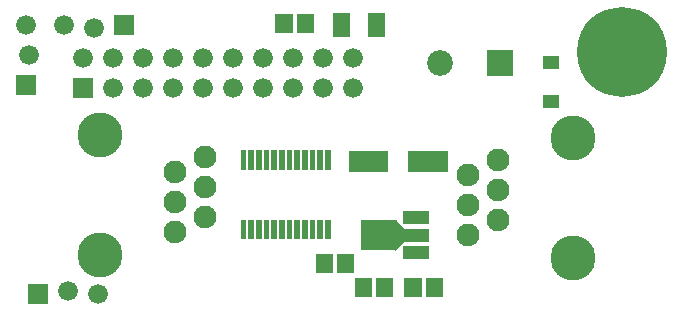
<source format=gbr>
G04 start of page 6 for group -4063 idx -4063 *
G04 Title: (unknown), componentmask *
G04 Creator: pcb 20140316 *
G04 CreationDate: Tue 10 May 2016 09:21:36 AM GMT UTC *
G04 For: ndholmes *
G04 Format: Gerber/RS-274X *
G04 PCB-Dimensions (mil): 2220.00 1040.00 *
G04 PCB-Coordinate-Origin: lower left *
%MOIN*%
%FSLAX25Y25*%
%LNTOPMASK*%
%ADD67R,0.0190X0.0190*%
%ADD66R,0.0420X0.0420*%
%ADD65R,0.0572X0.0572*%
%ADD64R,0.1005X0.1005*%
%ADD63R,0.0438X0.0438*%
%ADD62R,0.0690X0.0690*%
%ADD61C,0.0001*%
%ADD60C,0.0760*%
%ADD59C,0.0860*%
%ADD58C,0.0660*%
%ADD57C,0.1500*%
%ADD56C,0.2997*%
G54D56*X206000Y88000D03*
G54D57*X189925Y19500D03*
Y59500D03*
G54D58*X56500Y76000D03*
X66500D03*
X76500D03*
X66500Y86000D03*
X76500D03*
X86500D03*
X96500D03*
X106500D03*
X116500D03*
X86500Y76000D03*
X96500D03*
X106500D03*
X116500D03*
G54D59*X145500Y84500D03*
G54D60*X154925Y27000D03*
Y37000D03*
Y47000D03*
X164925Y32000D03*
Y42000D03*
Y52000D03*
G54D61*G36*
X161200Y88800D02*Y80200D01*
X169800D01*
Y88800D01*
X161200D01*
G37*
G54D60*X67000Y53000D03*
X57000Y48000D03*
X67000Y43000D03*
X57000Y38000D03*
X67000Y33000D03*
X57000Y28000D03*
G54D57*X32000Y20500D03*
G54D61*G36*
X8200Y10800D02*Y4200D01*
X14800D01*
Y10800D01*
X8200D01*
G37*
G54D58*X21500Y8500D03*
X31500Y7500D03*
G54D61*G36*
X23200Y79300D02*Y72700D01*
X29800D01*
Y79300D01*
X23200D01*
G37*
G54D58*X36500Y76000D03*
G54D57*X32000Y60500D03*
G54D58*X46500Y76000D03*
Y86000D03*
X56500D03*
X26500D03*
X36500D03*
G54D61*G36*
X36700Y100300D02*Y93700D01*
X43300D01*
Y100300D01*
X36700D01*
G37*
G54D58*X30000Y96000D03*
X20000Y97000D03*
G54D61*G36*
X4200Y80300D02*Y73700D01*
X10800D01*
Y80300D01*
X4200D01*
G37*
G54D58*X8500Y87000D03*
X7500Y97000D03*
G54D62*X118508Y51500D02*X124807D01*
X138193D02*X144492D01*
G54D63*X135395Y21094D02*X139489D01*
X127679Y27000D02*X139489D01*
G54D64*X124055D02*X125945D01*
G54D61*G36*
X128826Y23695D02*X132090Y26959D01*
X133934Y25115D01*
X130670Y21851D01*
X128826Y23695D01*
G37*
G36*
X130670Y32149D02*X133934Y28885D01*
X132090Y27041D01*
X128826Y30305D01*
X130670Y32149D01*
G37*
G54D63*X135395Y32906D02*X139489D01*
G54D65*X127043Y9893D02*Y9107D01*
X119957Y9893D02*Y9107D01*
X143543Y9893D02*Y9107D01*
X136457Y9893D02*Y9107D01*
G54D66*X181900Y71600D02*X183100D01*
G54D65*X124405Y98181D02*Y95819D01*
X112595Y98181D02*Y95819D01*
G54D66*X181900Y84500D02*X183100D01*
G54D65*X93457Y97893D02*Y97107D01*
X100543Y97893D02*Y97107D01*
G54D67*X108074Y54417D02*Y49811D01*
X105515Y54417D02*Y49811D01*
X102956Y54417D02*Y49811D01*
X100397Y54417D02*Y49811D01*
X97838Y54417D02*Y49811D01*
X95279Y54417D02*Y49811D01*
X92721Y54417D02*Y49811D01*
X90162Y54417D02*Y49811D01*
X87603Y54417D02*Y49811D01*
X85044Y54417D02*Y49811D01*
X82485Y54417D02*Y49811D01*
X79926Y54417D02*Y49811D01*
Y31189D02*Y26583D01*
X82485Y31189D02*Y26583D01*
X85044Y31189D02*Y26583D01*
X87603Y31189D02*Y26583D01*
X90162Y31189D02*Y26583D01*
X92721Y31189D02*Y26583D01*
X95279Y31189D02*Y26583D01*
X97838Y31189D02*Y26583D01*
X100397Y31189D02*Y26583D01*
X102956Y31189D02*Y26583D01*
X105515Y31189D02*Y26583D01*
X108074Y31189D02*Y26583D01*
G54D65*X106957Y17893D02*Y17107D01*
X114043Y17893D02*Y17107D01*
M02*

</source>
